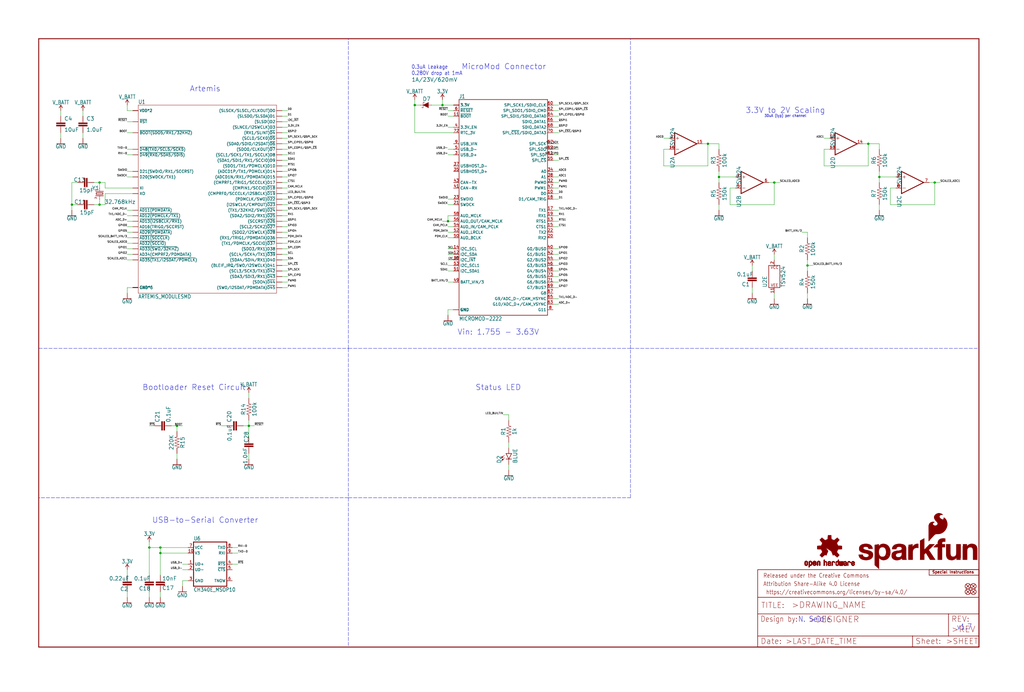
<source format=kicad_sch>
(kicad_sch (version 20211123) (generator eeschema)
  (paper "User" 470.306 317.906)
  (lib_symbols
    (symbol "eagleSchem-eagle-import:0.1UF-0402T-16V-10%"
      (property "Reference" "C" (at 1.524 2.921 0))
      (property "Value" "0.1UF-0402T-16V-10%" (at 1.524 -2.159 0))
      (symbol "0.1UF-0402T-16V-10%_1_0"
        (pin passive line (at 0 5.08 270) (length 2.54) (name "1") (number "1"))
        (pin passive line (at 0 -2.54 90) (length 2.54) (name "2") (number "2"))
      )
    )
    (symbol "eagleSchem-eagle-import:0.22UF-0402T-10V-10%"
      (property "Reference" "C" (at 1.524 2.921 0))
      (property "Value" "0.22UF-0402T-10V-10%" (at 1.524 -2.159 0))
      (symbol "0.22UF-0402T-10V-10%_1_0"
        (pin passive line (at 0 5.08 270) (length 2.54) (name "1") (number "1"))
        (pin passive line (at 0 -2.54 90) (length 2.54) (name "2") (number "2"))
      )
    )
    (symbol "eagleSchem-eagle-import:1.0NF{slash}1000PF-0402_TIGHT-50V-10%"
      (property "Reference" "C" (at 1.524 2.921 0))
      (property "Value" "1.0NF{slash}1000PF-0402_TIGHT-50V-10%" (at 1.524 -2.159 0))
      (symbol "1.0NF{slash}1000PF-0402_TIGHT-50V-10%_1_0"
        (pin passive line (at 0 5.08 270) (length 2.54) (name "1") (number "1"))
        (pin passive line (at 0 -2.54 90) (length 2.54) (name "2") (number "2"))
      )
    )
    (symbol "eagleSchem-eagle-import:1.0UF-0402T-16V-10%"
      (property "Reference" "C" (at 1.524 2.921 0))
      (property "Value" "1.0UF-0402T-16V-10%" (at 1.524 -2.159 0))
      (symbol "1.0UF-0402T-16V-10%_1_0"
        (pin passive line (at 0 5.08 270) (length 2.54) (name "1") (number "1"))
        (pin passive line (at 0 -2.54 90) (length 2.54) (name "2") (number "2"))
      )
    )
    (symbol "eagleSchem-eagle-import:100KOHM-0402T-1{slash}16W-1%"
      (property "Reference" "R" (at 0 1.524 0))
      (property "Value" "100KOHM-0402T-1{slash}16W-1%" (at 0 -1.524 0))
      (symbol "100KOHM-0402T-1{slash}16W-1%_1_0"
        (pin passive line (at -5.08 0 0) (length 2.54) (name "1") (number "1"))
        (pin passive line (at 5.08 0 180) (length 2.54) (name "2") (number "2"))
      )
    )
    (symbol "eagleSchem-eagle-import:10NF-0402T-25V-10%"
      (property "Reference" "C" (at 1.524 2.921 0))
      (property "Value" "10NF-0402T-25V-10%" (at 1.524 -2.159 0))
      (symbol "10NF-0402T-25V-10%_1_0"
        (pin passive line (at 0 5.08 270) (length 2.54) (name "1") (number "1"))
        (pin passive line (at 0 -2.54 90) (length 2.54) (name "2") (number "2"))
      )
    )
    (symbol "eagleSchem-eagle-import:10UF-0603-6.3V-20%"
      (property "Reference" "C" (at 1.524 2.921 0))
      (property "Value" "10UF-0603-6.3V-20%" (at 1.524 -2.159 0))
      (symbol "10UF-0603-6.3V-20%_1_0"
        (pin passive line (at 0 5.08 270) (length 2.54) (name "1") (number "1"))
        (pin passive line (at 0 -2.54 90) (length 2.54) (name "2") (number "2"))
      )
    )
    (symbol "eagleSchem-eagle-import:150KOHM-0402T-1{slash}16W-1%"
      (property "Reference" "R" (at 0 1.524 0))
      (property "Value" "150KOHM-0402T-1{slash}16W-1%" (at 0 -1.524 0))
      (symbol "150KOHM-0402T-1{slash}16W-1%_1_0"
        (pin passive line (at -5.08 0 0) (length 2.54) (name "1") (number "1"))
        (pin passive line (at 5.08 0 180) (length 2.54) (name "2") (number "2"))
      )
    )
    (symbol "eagleSchem-eagle-import:15PF-0402T-50V-5%"
      (property "Reference" "C" (at 1.524 2.921 0))
      (property "Value" "15PF-0402T-50V-5%" (at 1.524 -2.159 0))
      (symbol "15PF-0402T-50V-5%_1_0"
        (pin passive line (at 0 5.08 270) (length 2.54) (name "1") (number "1"))
        (pin passive line (at 0 -2.54 90) (length 2.54) (name "2") (number "2"))
      )
    )
    (symbol "eagleSchem-eagle-import:1KOHM-0402T-1{slash}16W-1%"
      (property "Reference" "R" (at 0 1.524 0))
      (property "Value" "1KOHM-0402T-1{slash}16W-1%" (at 0 -1.524 0))
      (symbol "1KOHM-0402T-1{slash}16W-1%_1_0"
        (pin passive line (at -5.08 0 0) (length 2.54) (name "1") (number "1"))
        (pin passive line (at 5.08 0 180) (length 2.54) (name "2") (number "2"))
      )
    )
    (symbol "eagleSchem-eagle-import:220KOHM-0402T-1{slash}16W-1%"
      (property "Reference" "R" (at 0 1.524 0))
      (property "Value" "220KOHM-0402T-1{slash}16W-1%" (at 0 -1.524 0))
      (symbol "220KOHM-0402T-1{slash}16W-1%_1_0"
        (pin passive line (at -5.08 0 0) (length 2.54) (name "1") (number "1"))
        (pin passive line (at 5.08 0 180) (length 2.54) (name "2") (number "2"))
      )
    )
    (symbol "eagleSchem-eagle-import:3.3V" (power)
      (property "Value" "3.3V" (at 0 2.794 0))
      (symbol "3.3V_1_0"
        (pin power_in line (at 0 0 90) (length 2.54) (name "3.3V") (number "1"))
      )
    )
    (symbol "eagleSchem-eagle-import:ARTEMIS_MODULESMD"
      (property "Reference" "U" (at -30.48 41.148 0))
      (property "Value" "ARTEMIS_MODULESMD" (at -30.48 -48.26 0))
      (symbol "ARTEMIS_MODULESMD_1_0"
        (pin bidirectional line (at -33.02 -15.24 0) (length 2.54) (name "AD16(TRIG0/SCCRST)") (number "AD16"))
        (pin bidirectional line (at -33.02 -27.94 0) (length 2.54) (name "AD34(CMPRF2/PDMDATA)") (number "AD34"))
        (pin bidirectional line (at -33.02 27.94 0) (length 2.54) (name "~{BOOT(SDO5/RX1/32KHZ})") (number "BOOT"))
        (pin bidirectional line (at 35.56 38.1 180) (length 2.54) (name "(SLSCK/SLSCL/CLKOUT)D0") (number "D0"))
        (pin bidirectional line (at 35.56 35.56 180) (length 2.54) (name "(SLSDO/SLSDA)D1") (number "D1"))
        (pin bidirectional line (at 35.56 12.7 180) (length 2.54) (name "(SDO1/TX1/PDMCLK)D10") (number "D10"))
        (pin bidirectional line (at 35.56 10.16 180) (length 2.54) (name "(ADCD1P/TX1/PDMCLK)D14") (number "D14"))
        (pin bidirectional line (at 35.56 7.62 180) (length 2.54) (name "(ADCD1N/RX1/PDMDATA)D15") (number "D15"))
        (pin bidirectional line (at 35.56 5.08 180) (length 2.54) (name "(CMPRF1/TRIG1/SCCCLK)D17") (number "D17"))
        (pin bidirectional line (at 35.56 33.02 180) (length 2.54) (name "(SLSDI)D2") (number "D2"))
        (pin bidirectional line (at 35.56 30.48 180) (length 2.54) (name "(SLNCE/I2SWCLK)D3") (number "D3"))
        (pin bidirectional line (at 35.56 -20.32 180) (length 2.54) (name "(RX1/TRIG1/PDMDATA)D36") (number "D36"))
        (pin bidirectional line (at 35.56 -25.4 180) (length 2.54) (name "(SDO3/RX1)D38") (number "D38"))
        (pin bidirectional line (at 35.56 -30.48 180) (length 2.54) (name "(SDA4/SDI4/RX1)D40") (number "D40"))
        (pin bidirectional line (at 35.56 -33.02 180) (length 2.54) (name "(BLEIF_IRQ/SWO/I2SWCLK)D41") (number "D41"))
        (pin bidirectional line (at 35.56 20.32 180) (length 2.54) (name "(SDO0/CLKOUT)~{D7}") (number "D7"))
        (pin bidirectional line (at 35.56 17.78 180) (length 2.54) (name "(SCL1/SCK1/TX1/SCCLK)D8") (number "D8"))
        (pin bidirectional line (at 35.56 15.24 180) (length 2.54) (name "(SDA1/SDI1/RX1/SCCIO)D9") (number "D9"))
        (pin bidirectional line (at -33.02 -43.18 0) (length 2.54) (name "GND*6") (number "GND@1"))
        (pin bidirectional line (at -33.02 -43.18 0) (length 2.54) (name "GND*6") (number "GND@22"))
        (pin bidirectional line (at -33.02 -43.18 0) (length 2.54) (name "GND*6") (number "GND@38"))
        (pin bidirectional line (at -33.02 -43.18 0) (length 2.54) (name "GND*6") (number "GND@39"))
        (pin bidirectional line (at -33.02 -43.18 0) (length 2.54) (name "GND*6") (number "GND@47"))
        (pin bidirectional line (at -33.02 -43.18 0) (length 2.54) (name "GND*6") (number "GND@59"))
        (pin bidirectional line (at -33.02 17.78 0) (length 2.54) (name "~{D49(RX0/SDA5/SDI5})") (number "RXI-0"))
        (pin bidirectional line (at -33.02 7.62 0) (length 2.54) (name "D20(SWDCK/TX1)") (number "SWDCK"))
        (pin bidirectional line (at -33.02 10.16 0) (length 2.54) (name "D21(SWDIO/RX1/SCCRST)") (number "SWDIO"))
        (pin bidirectional line (at -33.02 20.32 0) (length 2.54) (name "~{D48(TX0/SCL5/SCK5})") (number "TXO-0"))
        (pin bidirectional line (at -33.02 38.1 0) (length 2.54) (name "VDD*2") (number "VDD@36"))
        (pin bidirectional line (at -33.02 38.1 0) (length 2.54) (name "VDD*2") (number "VDD@37"))
        (pin bidirectional line (at -33.02 2.54 0) (length 2.54) (name "XI") (number "XI"))
        (pin bidirectional line (at -33.02 0 0) (length 2.54) (name "XO") (number "XO"))
        (pin bidirectional line (at -33.02 -7.62 0) (length 2.54) (name "~{AD11(PDMDATA})") (number "~AD11"))
        (pin bidirectional line (at -33.02 -10.16 0) (length 2.54) (name "~{AD12(PDMCLK/TX1})") (number "~AD12"))
        (pin bidirectional line (at -33.02 -12.7 0) (length 2.54) (name "~{AD13(I2SBCLK/RX1})") (number "~AD13"))
        (pin bidirectional line (at -33.02 -17.78 0) (length 2.54) (name "~{AD29(PDMDATA})") (number "~AD29"))
        (pin bidirectional line (at -33.02 -20.32 0) (length 2.54) (name "~{AD31(SCCCLK})") (number "~AD31"))
        (pin bidirectional line (at -33.02 -22.86 0) (length 2.54) (name "~{AD32(SCCIO})") (number "~AD32"))
        (pin bidirectional line (at -33.02 -25.4 0) (length 2.54) (name "~{AD33(SWO/32KHZ})") (number "~AD33/SWO"))
        (pin bidirectional line (at -33.02 -30.48 0) (length 2.54) (name "~{AD35(TX1/I2SDAT/PDMCLK})") (number "~AD35"))
        (pin bidirectional line (at 35.56 2.54 180) (length 2.54) (name "(CMPIN1/SCCIO)~{D18}") (number "~D18"))
        (pin bidirectional line (at 35.56 0 180) (length 2.54) (name "(CMPRF0/SCCCLK/I2SBCLK)~{D19}") (number "~D19"))
        (pin bidirectional line (at 35.56 -2.54 180) (length 2.54) (name "(PDMCLK/SWO)~{D22}") (number "~D22"))
        (pin bidirectional line (at 35.56 -5.08 180) (length 2.54) (name "(I2SWCLK/CMPOUT)~{D23}") (number "~D23"))
        (pin bidirectional line (at 35.56 -7.62 180) (length 2.54) (name "(TX1/32KHZ/SWO)~{D24}") (number "~D24"))
        (pin bidirectional line (at 35.56 -10.16 180) (length 2.54) (name "(SDA2/SDI2/RX1)~{D25}") (number "~D25"))
        (pin bidirectional line (at 35.56 -12.7 180) (length 2.54) (name "(SCCRST)~{D26}") (number "~D26"))
        (pin bidirectional line (at 35.56 -15.24 180) (length 2.54) (name "(SCL2/SCK2)~{D27}") (number "~D27"))
        (pin bidirectional line (at 35.56 -17.78 180) (length 2.54) (name "(SDO2/I2SWCLK)~{D28}") (number "~D28"))
        (pin bidirectional line (at 35.56 -22.86 180) (length 2.54) (name "(TX1/PDMCLK/SCCIO)~{D37}") (number "~D37"))
        (pin bidirectional line (at 35.56 -27.94 180) (length 2.54) (name "(SCL4/SCK4/TX1)~{D39}") (number "~D39"))
        (pin bidirectional line (at 35.56 27.94 180) (length 2.54) (name "(RX1/SLINT)~{D4}") (number "~D4"))
        (pin bidirectional line (at 35.56 -35.56 180) (length 2.54) (name "(SCL3/SCK3/TX1)~{D42}") (number "~D42"))
        (pin bidirectional line (at 35.56 -38.1 180) (length 2.54) (name "(SDA3/SDI3/RX1)~{D43}") (number "~D43"))
        (pin bidirectional line (at 35.56 -40.64 180) (length 2.54) (name "(SDO4)~{D44}") (number "~D44"))
        (pin bidirectional line (at 35.56 -43.18 180) (length 2.54) (name "(SWO/I2SDAT/PDMDATA)~{D45}") (number "~D45"))
        (pin bidirectional line (at 35.56 25.4 180) (length 2.54) (name "(SCL0/SCK0)~{D5}") (number "~D5"))
        (pin bidirectional line (at 35.56 22.86 180) (length 2.54) (name "(SDA0/SDI0/I2SDAT)~{D6}") (number "~D6"))
        (pin bidirectional line (at -33.02 33.02 0) (length 2.54) (name "~{RST}") (number "~RST"))
      )
    )
    (symbol "eagleSchem-eagle-import:CH340E_MSOP10"
      (property "Reference" "U" (at -7.62 10.795 0))
      (property "Value" "CH340E_MSOP10" (at -7.62 -12.7 0))
      (symbol "CH340E_MSOP10_1_0"
        (pin bidirectional line (at -10.16 0 0) (length 2.54) (name "UD+") (number "1"))
        (pin bidirectional line (at -10.16 5.08 0) (length 2.54) (name "V3") (number "10"))
        (pin bidirectional line (at -10.16 -2.54 0) (length 2.54) (name "UD-") (number "2"))
        (pin bidirectional line (at -10.16 -7.62 0) (length 2.54) (name "GND") (number "3"))
        (pin bidirectional line (at 10.16 0 180) (length 2.54) (name "~{RTS}") (number "4"))
        (pin bidirectional line (at 10.16 -2.54 180) (length 2.54) (name "~{CTS}") (number "5"))
        (pin bidirectional line (at 10.16 -7.62 180) (length 2.54) (name "TNOW") (number "6"))
        (pin bidirectional line (at -10.16 7.62 0) (length 2.54) (name "VCC") (number "7"))
        (pin bidirectional line (at 10.16 7.62 180) (length 2.54) (name "TXO") (number "8"))
        (pin bidirectional line (at 10.16 5.08 180) (length 2.54) (name "RXI") (number "9"))
      )
    )
    (symbol "eagleSchem-eagle-import:CRYSTAL-32.768KHZSMD-3.2X1.5"
      (property "Reference" "Y" (at 0 2.032 0))
      (property "Value" "CRYSTAL-32.768KHZSMD-3.2X1.5" (at 0 -2.032 0))
      (symbol "CRYSTAL-32.768KHZSMD-3.2X1.5_1_0"
        (text "1" (at -2.159 -1.143 0) (effects (font (size 0.8636 0.734)) (justify left bottom)))
        (text "2" (at 1.524 -1.143 0) (effects (font (size 0.8636 0.734)) (justify left bottom)))
        (pin passive line (at -2.54 0 0) (length 0) (name "1") (number "P$1"))
        (pin passive line (at 2.54 0 180) (length 0) (name "2") (number "P$2"))
      )
    )
    (symbol "eagleSchem-eagle-import:DIODE-SCHOTTKY-BAT20J"
      (property "Reference" "D" (at -2.54 2.032 0))
      (property "Value" "DIODE-SCHOTTKY-BAT20J" (at -2.54 -2.032 0))
      (symbol "DIODE-SCHOTTKY-BAT20J_1_0"
        (pin passive line (at -2.54 0 0) (length 0) (name "A") (number "A"))
        (pin passive line (at 2.54 0 180) (length 0) (name "C") (number "C"))
      )
    )
    (symbol "eagleSchem-eagle-import:FIDUCIALUFIDUCIAL")
    (symbol "eagleSchem-eagle-import:FRAME-LEDGER"
      (symbol "FRAME-LEDGER_2_0"
        (text " https://creativecommons.org/licenses/by-sa/4.0/" (at 2.54 24.13 0) (effects (font (size 1.9304 1.6408)) (justify left bottom)))
        (text ">DESIGNER" (at 23.114 11.176 0) (effects (font (size 2.7432 2.7432)) (justify left bottom)))
        (text ">DRAWING_NAME" (at 15.494 17.78 0) (effects (font (size 2.7432 2.7432)) (justify left bottom)))
        (text ">LAST_DATE_TIME" (at 12.7 1.27 0) (effects (font (size 2.54 2.54)) (justify left bottom)))
        (text ">REV" (at 88.9 6.604 0) (effects (font (size 2.7432 2.7432)) (justify left bottom)))
        (text ">SHEET" (at 86.36 1.27 0) (effects (font (size 2.54 2.54)) (justify left bottom)))
        (text "Attribution Share-Alike 4.0 License" (at 2.54 27.94 0) (effects (font (size 1.9304 1.6408)) (justify left bottom)))
        (text "Date:" (at 1.27 1.27 0) (effects (font (size 2.54 2.54)) (justify left bottom)))
        (text "Design by:" (at 1.27 11.43 0) (effects (font (size 2.54 2.159)) (justify left bottom)))
        (text "Released under the Creative Commons" (at 2.54 31.75 0) (effects (font (size 1.9304 1.6408)) (justify left bottom)))
        (text "REV:" (at 88.9 11.43 0) (effects (font (size 2.54 2.54)) (justify left bottom)))
        (text "Sheet:" (at 72.39 1.27 0) (effects (font (size 2.54 2.54)) (justify left bottom)))
        (text "TITLE:" (at 1.524 17.78 0) (effects (font (size 2.54 2.54)) (justify left bottom)))
      )
    )
    (symbol "eagleSchem-eagle-import:GND" (power)
      (property "Value" "GND" (at 0 -0.254 0))
      (symbol "GND_1_0"
        (pin power_in line (at 0 2.54 270) (length 2.54) (name "GND") (number "1"))
      )
    )
    (symbol "eagleSchem-eagle-import:LED-BLUE0603"
      (property "Reference" "D" (at -3.429 -4.572 90))
      (property "Value" "LED-BLUE0603" (at 1.905 -4.572 90))
      (symbol "LED-BLUE0603_1_0"
        (pin passive line (at 0 2.54 270) (length 2.54) (name "A") (number "A"))
        (pin passive line (at 0 -5.08 90) (length 2.54) (name "C") (number "C"))
      )
    )
    (symbol "eagleSchem-eagle-import:MICROMOD-2222"
      (property "Reference" "J" (at -20.32 53.848 0))
      (property "Value" "MICROMOD-2222" (at -20.32 -48.26 0))
      (symbol "MICROMOD-2222_1_0"
        (pin bidirectional line (at -22.86 -43.18 0) (length 2.54) (name "GND") (number "1"))
        (pin bidirectional line (at 22.86 10.16 180) (length 2.54) (name "D0") (number "10"))
        (pin bidirectional line (at -22.86 45.72 0) (length 2.54) (name "~{BOOT}") (number "11"))
        (pin bidirectional line (at -22.86 -17.78 0) (length 2.54) (name "I2C_SDA") (number "12"))
        (pin bidirectional line (at 22.86 -2.54 180) (length 2.54) (name "RTS1") (number "13"))
        (pin bidirectional line (at -22.86 -15.24 0) (length 2.54) (name "I2C_SCL") (number "14"))
        (pin bidirectional line (at 22.86 -5.08 180) (length 2.54) (name "CTS1") (number "15"))
        (pin bidirectional line (at -22.86 -20.32 0) (length 2.54) (name "I2C_~{INT}") (number "16"))
        (pin bidirectional line (at 22.86 2.54 180) (length 2.54) (name "TX1") (number "17"))
        (pin bidirectional line (at 22.86 7.62 180) (length 2.54) (name "D1/CAM_TRIG") (number "18"))
        (pin bidirectional line (at 22.86 0 180) (length 2.54) (name "RX1") (number "19"))
        (pin bidirectional line (at -22.86 50.8 0) (length 2.54) (name "3.3V") (number "2"))
        (pin bidirectional line (at 22.86 -10.16 180) (length 2.54) (name "RX2") (number "20"))
        (pin bidirectional line (at -22.86 5.08 0) (length 2.54) (name "SWDCK") (number "21"))
        (pin bidirectional line (at 22.86 -7.62 180) (length 2.54) (name "TX2") (number "22"))
        (pin bidirectional line (at -22.86 7.62 0) (length 2.54) (name "SWDIO") (number "23"))
        (pin bidirectional line (at -22.86 27.94 0) (length 2.54) (name "USB_D+") (number "3"))
        (pin bidirectional line (at 22.86 15.24 180) (length 2.54) (name "PWM0") (number "32"))
        (pin bidirectional line (at -22.86 -43.18 0) (length 2.54) (name "GND") (number "33"))
        (pin bidirectional line (at 22.86 20.32 180) (length 2.54) (name "A0") (number "34"))
        (pin bidirectional line (at -22.86 20.32 0) (length 2.54) (name "USBHOST_D+") (number "35"))
        (pin bidirectional line (at -22.86 -43.18 0) (length 2.54) (name "GND") (number "36"))
        (pin bidirectional line (at -22.86 22.86 0) (length 2.54) (name "USBHOST_D-") (number "37"))
        (pin bidirectional line (at 22.86 17.78 180) (length 2.54) (name "A1") (number "38"))
        (pin bidirectional line (at -22.86 -43.18 0) (length 2.54) (name "GND") (number "39"))
        (pin bidirectional line (at -22.86 40.64 0) (length 2.54) (name "3.3V_EN") (number "4"))
        (pin bidirectional line (at 22.86 -15.24 180) (length 2.54) (name "G0/BUS0") (number "40"))
        (pin bidirectional line (at -22.86 12.7 0) (length 2.54) (name "CAN-RX") (number "41"))
        (pin bidirectional line (at 22.86 -17.78 180) (length 2.54) (name "G1/BUS1") (number "42"))
        (pin bidirectional line (at -22.86 15.24 0) (length 2.54) (name "CAN-TX") (number "43"))
        (pin bidirectional line (at 22.86 -20.32 180) (length 2.54) (name "G2/BUS2") (number "44"))
        (pin bidirectional line (at -22.86 -43.18 0) (length 2.54) (name "GND") (number "45"))
        (pin bidirectional line (at 22.86 -22.86 180) (length 2.54) (name "G3/BUS3") (number "46"))
        (pin bidirectional line (at 22.86 12.7 180) (length 2.54) (name "PWM1") (number "47"))
        (pin bidirectional line (at 22.86 -25.4 180) (length 2.54) (name "G4/BUS4") (number "48"))
        (pin bidirectional line (at -22.86 -30.48 0) (length 2.54) (name "BATT_VIN/3") (number "49"))
        (pin bidirectional line (at -22.86 30.48 0) (length 2.54) (name "USB_D-") (number "5"))
        (pin bidirectional line (at -22.86 -10.16 0) (length 2.54) (name "AUD_BCLK") (number "50"))
        (pin bidirectional line (at -22.86 -25.4 0) (length 2.54) (name "I2C_SDA1") (number "51"))
        (pin bidirectional line (at -22.86 -7.62 0) (length 2.54) (name "AUD_LRCLK") (number "52"))
        (pin bidirectional line (at -22.86 -22.86 0) (length 2.54) (name "I2C_SCL1") (number "53"))
        (pin bidirectional line (at -22.86 -5.08 0) (length 2.54) (name "AUD_IN/CAM_PCLK") (number "54"))
        (pin bidirectional line (at 22.86 25.4 180) (length 2.54) (name "SPI_~{CS}") (number "55"))
        (pin bidirectional line (at -22.86 -2.54 0) (length 2.54) (name "AUD_OUT/CAM_MCLK") (number "56"))
        (pin bidirectional line (at 22.86 33.02 180) (length 2.54) (name "SPI_SCK") (number "57"))
        (pin bidirectional line (at -22.86 0 0) (length 2.54) (name "AUD_MCLK") (number "58"))
        (pin bidirectional line (at 22.86 30.48 180) (length 2.54) (name "SPI_SDO") (number "59"))
        (pin bidirectional line (at -22.86 48.26 0) (length 2.54) (name "~{RESET}") (number "6"))
        (pin bidirectional line (at 22.86 50.8 180) (length 2.54) (name "SPI_SCK1/SDIO_CLK") (number "60"))
        (pin bidirectional line (at 22.86 27.94 180) (length 2.54) (name "SPI_SDI") (number "61"))
        (pin bidirectional line (at 22.86 48.26 180) (length 2.54) (name "SPI_SDO1/SDIO_CMD") (number "62"))
        (pin bidirectional line (at 22.86 -40.64 180) (length 2.54) (name "G10/ADC_D+/CAM_VSYNC") (number "63"))
        (pin bidirectional line (at 22.86 45.72 180) (length 2.54) (name "SPI_SDI1/SDIO_DATA0") (number "64"))
        (pin bidirectional line (at 22.86 -38.1 180) (length 2.54) (name "G9/ADC_D-/CAM_HSYNC") (number "65"))
        (pin bidirectional line (at 22.86 43.18 180) (length 2.54) (name "SDIO_DATA1") (number "66"))
        (pin bidirectional line (at 22.86 -35.56 180) (length 2.54) (name "G8") (number "67"))
        (pin bidirectional line (at 22.86 40.64 180) (length 2.54) (name "SDIO_DATA2") (number "68"))
        (pin bidirectional line (at 22.86 -33.02 180) (length 2.54) (name "G7/BUS7") (number "69"))
        (pin bidirectional line (at -22.86 -43.18 0) (length 2.54) (name "GND") (number "7"))
        (pin bidirectional line (at 22.86 38.1 180) (length 2.54) (name "SPI_~{CS1}/SDIO_DATA3") (number "70"))
        (pin bidirectional line (at 22.86 -30.48 180) (length 2.54) (name "G6/BUS6") (number "71"))
        (pin bidirectional line (at -22.86 38.1 0) (length 2.54) (name "RTC_3V") (number "72"))
        (pin bidirectional line (at 22.86 -27.94 180) (length 2.54) (name "G5/BUS5") (number "73"))
        (pin bidirectional line (at -22.86 50.8 0) (length 2.54) (name "3.3V") (number "74"))
        (pin bidirectional line (at -22.86 -43.18 0) (length 2.54) (name "GND") (number "75"))
        (pin bidirectional line (at 22.86 -43.18 180) (length 2.54) (name "G11") (number "8"))
        (pin bidirectional line (at -22.86 33.02 0) (length 2.54) (name "USB_VIN") (number "9"))
        (pin bidirectional line (at -22.86 -43.18 0) (length 2.54) (name "GND") (number "GND1"))
        (pin bidirectional line (at -22.86 -43.18 0) (length 2.54) (name "GND") (number "GND2"))
        (pin bidirectional line (at -22.86 -43.18 0) (length 2.54) (name "GND") (number "GND3"))
      )
    )
    (symbol "eagleSchem-eagle-import:OSHW-LOGOMINI")
    (symbol "eagleSchem-eagle-import:SFE_LOGO_FLAME.1_INCH")
    (symbol "eagleSchem-eagle-import:SFE_LOGO_NAME_FLAME.1_INCH")
    (symbol "eagleSchem-eagle-import:SPECIAL_INSTRUCTIONS-ORDERING"
      (symbol "SPECIAL_INSTRUCTIONS-ORDERING_1_0"
        (text "Special Instructions" (at 1.27 0.6985 0) (effects (font (size 1.27 1.27) (thickness 0.254) bold) (justify left bottom)))
      )
    )
    (symbol "eagleSchem-eagle-import:TSV524"
      (property "Reference" "U" (at -3.302 -5.08 90))
      (property "Value" "TSV524" (at 5.08 -5.08 90))
      (symbol "TSV524_1_0"
        (pin input line (at -7.62 -2.54 0) (length 2.54) (name "+IN") (number "1"))
        (pin output line (at 7.62 0 180) (length 2.54) (name "OUT") (number "15"))
        (pin input line (at -7.62 2.54 0) (length 2.54) (name "-IN") (number "16"))
      )
      (symbol "TSV524_2_0"
        (pin input line (at -7.62 -2.54 0) (length 2.54) (name "+IN") (number "4"))
        (pin input line (at -7.62 2.54 0) (length 2.54) (name "-IN") (number "5"))
        (pin output line (at 7.62 0 180) (length 2.54) (name "OUT") (number "6"))
      )
      (symbol "TSV524_3_0"
        (pin output line (at 7.62 0 180) (length 2.54) (name "OUT") (number "7"))
        (pin input line (at -7.62 2.54 0) (length 2.54) (name "-IN") (number "8"))
        (pin input line (at -7.62 -2.54 0) (length 2.54) (name "+IN") (number "9"))
      )
      (symbol "TSV524_4_0"
        (pin input line (at -7.62 -2.54 0) (length 2.54) (name "+IN") (number "12"))
        (pin input line (at -7.62 2.54 0) (length 2.54) (name "-IN") (number "13"))
        (pin output line (at 7.62 0 180) (length 2.54) (name "OUT") (number "14"))
      )
      (symbol "TSV524_5_0"
        (text "VCC" (at 0.127 3.429 0) (effects (font (size 1.27 1.27)) (justify bottom)))
        (text "VEE" (at 0.127 -4.699 0) (effects (font (size 1.27 1.27)) (justify bottom)))
        (pin bidirectional line (at 0 -7.62 90) (length 2.54) (name "V-") (number "11"))
        (pin bidirectional line (at 0 7.62 270) (length 2.54) (name "V+") (number "2"))
      )
    )
    (symbol "eagleSchem-eagle-import:V_BATT" (power)
      (property "Value" "V_BATT" (at 0 2.794 0))
      (symbol "V_BATT_1_0"
        (pin power_in line (at 0 0 90) (length 2.54) (name "V_BATT") (number "1"))
      )
    )
  )
  (junction (at 190.5 48.26))
  (junction (at 325.12 66.04))
  (junction (at 403.86 81.28))
  (junction (at 73.66 254))
  (junction (at 355.6 83.82))
  (junction (at 45.72 83.82))
  (junction (at 114.3 195.58))
  (junction (at 33.02 93.98))
  (junction (at 73.66 251.46))
  (junction (at 398.78 66.04))
  (junction (at 45.72 93.98))
  (junction (at 330.2 81.28))
  (junction (at 68.58 251.46))
  (junction (at 205.74 101.6))
  (junction (at 81.28 195.58))
  (junction (at 370.84 121.92))
  (junction (at 203.2 48.26))
  (junction (at 429.26 83.82))
  (wire (pts (xy 45.72 93.98) (xy 48.26 93.98)))
  (wire (pts (xy 208.28 68.58) (xy 205.74 68.58)))
  (wire (pts (xy 254 127) (xy 256.54 127)))
  (polyline (pts (xy 17.78 160.02) (xy 160.02 160.02)))
  (wire (pts (xy 129.54 96.52) (xy 132.08 96.52)))
  (wire (pts (xy 129.54 124.46) (xy 132.08 124.46)))
  (wire (pts (xy 233.68 203.2) (xy 233.68 205.74)))
  (wire (pts (xy 398.78 66.04) (xy 403.86 66.04)))
  (wire (pts (xy 208.28 119.38) (xy 205.74 119.38)))
  (wire (pts (xy 60.96 68.58) (xy 58.42 68.58)))
  (wire (pts (xy 254 83.82) (xy 256.54 83.82)))
  (wire (pts (xy 60.96 116.84) (xy 58.42 116.84)))
  (wire (pts (xy 233.68 193.04) (xy 233.68 190.5)))
  (wire (pts (xy 233.68 190.5) (xy 231.14 190.5)))
  (wire (pts (xy 254 73.66) (xy 256.54 73.66)))
  (wire (pts (xy 83.82 266.7) (xy 83.82 269.24)))
  (wire (pts (xy 129.54 106.68) (xy 132.08 106.68)))
  (wire (pts (xy 208.28 50.8) (xy 205.74 50.8)))
  (wire (pts (xy 205.74 101.6) (xy 203.2 101.6)))
  (wire (pts (xy 208.28 99.06) (xy 205.74 99.06)))
  (wire (pts (xy 73.66 264.16) (xy 73.66 254)))
  (wire (pts (xy 129.54 91.44) (xy 132.08 91.44)))
  (wire (pts (xy 60.96 119.38) (xy 58.42 119.38)))
  (wire (pts (xy 129.54 66.04) (xy 132.08 66.04)))
  (wire (pts (xy 198.12 48.26) (xy 203.2 48.26)))
  (wire (pts (xy 304.8 68.58) (xy 304.8 76.2)))
  (wire (pts (xy 116.84 195.58) (xy 114.3 195.58)))
  (polyline (pts (xy 160.02 228.6) (xy 289.56 228.6)))
  (wire (pts (xy 254 132.08) (xy 256.54 132.08)))
  (wire (pts (xy 429.26 93.98) (xy 429.26 83.82)))
  (wire (pts (xy 45.72 93.98) (xy 43.18 93.98)))
  (wire (pts (xy 307.34 68.58) (xy 304.8 68.58)))
  (wire (pts (xy 60.96 50.8) (xy 58.42 50.8)))
  (wire (pts (xy 254 48.26) (xy 256.54 48.26)))
  (wire (pts (xy 381 63.5) (xy 378.46 63.5)))
  (wire (pts (xy 129.54 55.88) (xy 132.08 55.88)))
  (wire (pts (xy 254 121.92) (xy 256.54 121.92)))
  (wire (pts (xy 48.26 86.36) (xy 48.26 83.82)))
  (wire (pts (xy 355.6 93.98) (xy 355.6 83.82)))
  (wire (pts (xy 381 68.58) (xy 378.46 68.58)))
  (wire (pts (xy 355.6 134.62) (xy 355.6 137.16)))
  (wire (pts (xy 304.8 76.2) (xy 325.12 76.2)))
  (wire (pts (xy 129.54 73.66) (xy 132.08 73.66)))
  (wire (pts (xy 68.58 248.92) (xy 68.58 251.46)))
  (wire (pts (xy 325.12 66.04) (xy 330.2 66.04)))
  (wire (pts (xy 68.58 251.46) (xy 68.58 264.16)))
  (wire (pts (xy 129.54 71.12) (xy 132.08 71.12)))
  (wire (pts (xy 129.54 114.3) (xy 132.08 114.3)))
  (wire (pts (xy 254 55.88) (xy 256.54 55.88)))
  (wire (pts (xy 330.2 81.28) (xy 330.2 83.82)))
  (wire (pts (xy 81.28 198.12) (xy 81.28 195.58)))
  (wire (pts (xy 378.46 68.58) (xy 378.46 76.2)))
  (wire (pts (xy 254 50.8) (xy 256.54 50.8)))
  (wire (pts (xy 33.02 93.98) (xy 33.02 96.52)))
  (wire (pts (xy 337.82 81.28) (xy 330.2 81.28)))
  (wire (pts (xy 190.5 45.72) (xy 190.5 48.26)))
  (wire (pts (xy 114.3 200.66) (xy 114.3 195.58)))
  (wire (pts (xy 48.26 83.82) (xy 45.72 83.82)))
  (wire (pts (xy 254 66.04) (xy 256.54 66.04)))
  (wire (pts (xy 71.12 195.58) (xy 68.58 195.58)))
  (wire (pts (xy 129.54 60.96) (xy 132.08 60.96)))
  (wire (pts (xy 190.5 60.96) (xy 190.5 48.26)))
  (wire (pts (xy 27.94 60.96) (xy 27.94 63.5)))
  (wire (pts (xy 86.36 254) (xy 73.66 254)))
  (wire (pts (xy 208.28 124.46) (xy 205.74 124.46)))
  (wire (pts (xy 429.26 83.82) (xy 431.8 83.82)))
  (wire (pts (xy 330.2 78.74) (xy 330.2 81.28)))
  (wire (pts (xy 330.2 66.04) (xy 330.2 68.58)))
  (wire (pts (xy 60.96 101.6) (xy 58.42 101.6)))
  (wire (pts (xy 203.2 48.26) (xy 208.28 48.26)))
  (wire (pts (xy 208.28 106.68) (xy 205.74 106.68)))
  (wire (pts (xy 60.96 55.88) (xy 58.42 55.88)))
  (wire (pts (xy 129.54 81.28) (xy 132.08 81.28)))
  (wire (pts (xy 254 60.96) (xy 256.54 60.96)))
  (wire (pts (xy 111.76 195.58) (xy 114.3 195.58)))
  (wire (pts (xy 81.28 195.58) (xy 78.74 195.58)))
  (wire (pts (xy 48.26 88.9) (xy 48.26 93.98)))
  (wire (pts (xy 205.74 142.24) (xy 205.74 144.78)))
  (wire (pts (xy 129.54 127) (xy 132.08 127)))
  (wire (pts (xy 68.58 271.78) (xy 68.58 274.32)))
  (wire (pts (xy 335.28 93.98) (xy 355.6 93.98)))
  (wire (pts (xy 254 53.34) (xy 256.54 53.34)))
  (wire (pts (xy 254 104.14) (xy 256.54 104.14)))
  (wire (pts (xy 254 99.06) (xy 256.54 99.06)))
  (wire (pts (xy 254 116.84) (xy 256.54 116.84)))
  (wire (pts (xy 58.42 261.62) (xy 58.42 264.16)))
  (wire (pts (xy 208.28 104.14) (xy 205.74 104.14)))
  (wire (pts (xy 104.14 195.58) (xy 101.6 195.58)))
  (wire (pts (xy 83.82 259.08) (xy 86.36 259.08)))
  (wire (pts (xy 254 86.36) (xy 256.54 86.36)))
  (polyline (pts (xy 289.56 160.02) (xy 449.58 160.02)))
  (wire (pts (xy 353.06 83.82) (xy 355.6 83.82)))
  (wire (pts (xy 114.3 210.82) (xy 114.3 208.28)))
  (wire (pts (xy 129.54 50.8) (xy 132.08 50.8)))
  (wire (pts (xy 129.54 104.14) (xy 132.08 104.14)))
  (wire (pts (xy 129.54 83.82) (xy 132.08 83.82)))
  (wire (pts (xy 60.96 78.74) (xy 58.42 78.74)))
  (wire (pts (xy 114.3 193.04) (xy 114.3 195.58)))
  (wire (pts (xy 208.28 53.34) (xy 205.74 53.34)))
  (wire (pts (xy 208.28 114.3) (xy 205.74 114.3)))
  (wire (pts (xy 408.94 93.98) (xy 429.26 93.98)))
  (wire (pts (xy 254 88.9) (xy 256.54 88.9)))
  (wire (pts (xy 370.84 106.68) (xy 368.3 106.68)))
  (wire (pts (xy 129.54 86.36) (xy 132.08 86.36)))
  (wire (pts (xy 129.54 53.34) (xy 132.08 53.34)))
  (wire (pts (xy 60.96 86.36) (xy 48.26 86.36)))
  (wire (pts (xy 129.54 76.2) (xy 132.08 76.2)))
  (wire (pts (xy 60.96 109.22) (xy 58.42 109.22)))
  (wire (pts (xy 208.28 60.96) (xy 190.5 60.96)))
  (wire (pts (xy 45.72 83.82) (xy 43.18 83.82)))
  (wire (pts (xy 208.28 91.44) (xy 205.74 91.44)))
  (wire (pts (xy 254 78.74) (xy 256.54 78.74)))
  (wire (pts (xy 86.36 251.46) (xy 73.66 251.46)))
  (polyline (pts (xy 160.02 160.02) (xy 160.02 17.78)))
  (wire (pts (xy 45.72 91.44) (xy 45.72 93.98)))
  (wire (pts (xy 86.36 266.7) (xy 83.82 266.7)))
  (wire (pts (xy 233.68 215.9) (xy 233.68 213.36)))
  (wire (pts (xy 208.28 109.22) (xy 205.74 109.22)))
  (wire (pts (xy 254 91.44) (xy 256.54 91.44)))
  (wire (pts (xy 254 68.58) (xy 256.54 68.58)))
  (wire (pts (xy 58.42 132.08) (xy 58.42 134.62)))
  (wire (pts (xy 129.54 116.84) (xy 132.08 116.84)))
  (wire (pts (xy 60.96 60.96) (xy 58.42 60.96)))
  (wire (pts (xy 60.96 71.12) (xy 58.42 71.12)))
  (wire (pts (xy 403.86 66.04) (xy 403.86 68.58)))
  (wire (pts (xy 129.54 88.9) (xy 132.08 88.9)))
  (wire (pts (xy 208.28 58.42) (xy 205.74 58.42)))
  (wire (pts (xy 205.74 99.06) (xy 205.74 101.6)))
  (wire (pts (xy 325.12 76.2) (xy 325.12 66.04)))
  (wire (pts (xy 426.72 83.82) (xy 429.26 83.82)))
  (wire (pts (xy 129.54 111.76) (xy 132.08 111.76)))
  (wire (pts (xy 38.1 60.96) (xy 38.1 63.5)))
  (wire (pts (xy 81.28 210.82) (xy 81.28 208.28)))
  (wire (pts (xy 345.44 134.62) (xy 345.44 132.08)))
  (wire (pts (xy 193.04 48.26) (xy 190.5 48.26)))
  (wire (pts (xy 370.84 121.92) (xy 373.38 121.92)))
  (polyline (pts (xy 160.02 228.6) (xy 160.02 297.18)))
  (wire (pts (xy 106.68 251.46) (xy 109.22 251.46)))
  (wire (pts (xy 60.96 99.06) (xy 58.42 99.06)))
  (wire (pts (xy 73.66 254) (xy 73.66 251.46)))
  (wire (pts (xy 33.02 83.82) (xy 33.02 93.98)))
  (wire (pts (xy 208.28 71.12) (xy 205.74 71.12)))
  (wire (pts (xy 60.96 104.14) (xy 58.42 104.14)))
  (wire (pts (xy 106.68 259.08) (xy 109.22 259.08)))
  (wire (pts (xy 73.66 274.32) (xy 73.66 271.78)))
  (polyline (pts (xy 160.02 160.02) (xy 289.56 160.02)))
  (wire (pts (xy 355.6 119.38) (xy 355.6 116.84)))
  (wire (pts (xy 81.28 195.58) (xy 83.82 195.58)))
  (wire (pts (xy 208.28 142.24) (xy 205.74 142.24)))
  (wire (pts (xy 254 114.3) (xy 256.54 114.3)))
  (wire (pts (xy 411.48 86.36) (xy 408.94 86.36)))
  (wire (pts (xy 254 81.28) (xy 256.54 81.28)))
  (wire (pts (xy 58.42 271.78) (xy 58.42 274.32)))
  (wire (pts (xy 398.78 66.04) (xy 396.24 66.04)))
  (polyline (pts (xy 289.56 160.02) (xy 289.56 17.78)))
  (wire (pts (xy 114.3 180.34) (xy 114.3 182.88)))
  (wire (pts (xy 370.84 121.92) (xy 370.84 124.46)))
  (wire (pts (xy 60.96 111.76) (xy 58.42 111.76)))
  (wire (pts (xy 337.82 86.36) (xy 335.28 86.36)))
  (wire (pts (xy 254 58.42) (xy 256.54 58.42)))
  (wire (pts (xy 60.96 81.28) (xy 58.42 81.28)))
  (wire (pts (xy 45.72 86.36) (xy 45.72 83.82)))
  (wire (pts (xy 129.54 101.6) (xy 132.08 101.6)))
  (wire (pts (xy 60.96 88.9) (xy 48.26 88.9)))
  (wire (pts (xy 129.54 109.22) (xy 132.08 109.22)))
  (polyline (pts (xy 289.56 228.6) (xy 289.56 160.02)))
  (wire (pts (xy 335.28 86.36) (xy 335.28 93.98)))
  (wire (pts (xy 129.54 129.54) (xy 132.08 129.54)))
  (wire (pts (xy 254 129.54) (xy 256.54 129.54)))
  (wire (pts (xy 254 139.7) (xy 256.54 139.7)))
  (wire (pts (xy 86.36 261.62) (xy 83.82 261.62)))
  (wire (pts (xy 73.66 251.46) (xy 68.58 251.46)))
  (wire (pts (xy 106.68 254) (xy 109.22 254)))
  (wire (pts (xy 254 71.12) (xy 256.54 71.12)))
  (wire (pts (xy 398.78 76.2) (xy 398.78 66.04)))
  (wire (pts (xy 129.54 58.42) (xy 132.08 58.42)))
  (wire (pts (xy 208.28 116.84) (xy 205.74 116.84)))
  (wire (pts (xy 129.54 132.08) (xy 132.08 132.08)))
  (wire (pts (xy 254 101.6) (xy 256.54 101.6)))
  (wire (pts (xy 38.1 50.8) (xy 38.1 53.34)))
  (wire (pts (xy 129.54 93.98) (xy 132.08 93.98)))
  (wire (pts (xy 129.54 68.58) (xy 132.08 68.58)))
  (wire (pts (xy 208.28 129.54) (xy 205.74 129.54)))
  (wire (pts (xy 60.96 106.68) (xy 58.42 106.68)))
  (wire (pts (xy 307.34 63.5) (xy 304.8 63.5)))
  (wire (pts (xy 403.86 96.52) (xy 403.86 93.98)))
  (wire (pts (xy 208.28 121.92) (xy 205.74 121.92)))
  (wire (pts (xy 411.48 81.28) (xy 403.86 81.28)))
  (wire (pts (xy 60.96 132.08) (xy 58.42 132.08)))
  (wire (pts (xy 370.84 119.38) (xy 370.84 121.92)))
  (wire (pts (xy 355.6 83.82) (xy 358.14 83.82)))
  (wire (pts (xy 60.96 96.52) (xy 58.42 96.52)))
  (wire (pts (xy 208.28 93.98) (xy 205.74 93.98)))
  (wire (pts (xy 370.84 109.22) (xy 370.84 106.68)))
  (polyline (pts (xy 160.02 228.6) (xy 17.78 228.6)))
  (wire (pts (xy 345.44 121.92) (xy 345.44 124.46)))
  (wire (pts (xy 208.28 101.6) (xy 205.74 101.6)))
  (wire (pts (xy 254 124.46) (xy 256.54 124.46)))
  (polyline (pts (xy 160.02 160.02) (xy 160.02 228.6)))
  (wire (pts (xy 35.56 83.82) (xy 33.02 83.82)))
  (wire (pts (xy 129.54 63.5) (xy 132.08 63.5)))
  (wire (pts (xy 330.2 96.52) (xy 330.2 93.98)))
  (wire (pts (xy 254 119.38) (xy 256.54 119.38)))
  (wire (pts (xy 129.54 119.38) (xy 132.08 119.38)))
  (wire (pts (xy 203.2 45.72) (xy 203.2 48.26)))
  (wire (pts (xy 27.94 50.8) (xy 27.94 53.34)))
  (wire (pts (xy 378.46 76.2) (xy 398.78 76.2)))
  (wire (pts (xy 370.84 137.16) (xy 370.84 134.62)))
  (wire (pts (xy 254 137.16) (xy 256.54 137.16)))
  (wire (pts (xy 129.54 121.92) (xy 132.08 121.92)))
  (wire (pts (xy 403.86 81.28) (xy 403.86 83.82)))
  (wire (pts (xy 60.96 114.3) (xy 58.42 114.3)))
  (wire (pts (xy 325.12 66.04) (xy 322.58 66.04)))
  (wire (pts (xy 58.42 50.8) (xy 58.42 48.26)))
  (wire (pts (xy 35.56 93.98) (xy 33.02 93.98)))
  (wire (pts (xy 129.54 99.06) (xy 132.08 99.06)))
  (wire (pts (xy 403.86 78.74) (xy 403.86 81.28)))
  (wire (pts (xy 254 96.52) (xy 256.54 96.52)))
  (wire (pts (xy 129.54 78.74) (xy 132.08 78.74)))
  (wire (pts (xy 408.94 86.36) (xy 408.94 93.98)))
  (text "Bootloader Reset Circuit" (at 89.154 178.054 180) (effects (font (size 2.54 2.54))))
  (text "USB-to-Serial Converter" (at 94.234 239.014 180) (effects (font (size 2.54 2.54))))
  (text "0.3uA Leakage\n0.280V drop at 1mA" (at 188.976 34.798 180) (effects (font (size 1.778 1.5113)) (justify left bottom)))
  (text "Status LED" (at 228.854 178.054 180) (effects (font (size 2.54 2.54))))
  (text "N. Seidle" (at 366.522 286.004 180) (effects (font (size 2.54 2.159)) (justify left bottom)))
  (text "v1.7" (at 439.42 289.56 180) (effects (font (size 2.54 2.159)) (justify left bottom)))
  (text "3.3V to 2V Scaling" (at 360.68 50.8 180) (effects (font (size 2.54 2.54))))
  (text "Artemis" (at 94.234 40.894 180) (effects (font (size 2.54 2.54))))
  (text "Vin: 1.755 - 3.63V" (at 228.854 152.654 180) (effects (font (size 2.54 2.54))))
  (text "MicroMod Connector" (at 231.394 30.734 180) (effects (font (size 2.54 2.54))))
  (text "30uA (typ) per channel" (at 360.68 53.34 180) (effects (font (size 1.27 1.0795))))
  (label "SPI_SCK1/QSPI_SCK" (at 132.08 63.5 0) (effects (font (size 0.889 0.889))))
  (label "USB_D-" (at 83.82 261.62 180) (effects (font (size 0.889 0.889))))
  (label "~{RESET}" (at 205.74 50.8 180) (effects (font (size 0.889 0.889))))
  (label "RX1" (at 132.08 99.06 0) (effects (font (size 0.889 0.889))))
  (label "GPIO4" (at 256.54 124.46 0) (effects (font (size 0.889 0.889))))
  (label "RX1" (at 256.54 99.06 0) (effects (font (size 0.889 0.889))))
  (label "ADC_D+" (at 256.54 139.7 0) (effects (font (size 0.889 0.889))))
  (label "SCALED_ADC0" (at 58.42 111.76 180) (effects (font (size 0.889 0.889))))
  (label "SWDCK" (at 58.42 81.28 180) (effects (font (size 0.889 0.889))))
  (label "~{RESET}" (at 58.42 55.88 180) (effects (font (size 0.889 0.889))))
  (label "SPI_CIPO1/QSPI0" (at 132.08 91.44 0) (effects (font (size 0.889 0.889))))
  (label "SWDIO" (at 205.74 91.44 180) (effects (font (size 0.889 0.889))))
  (label "SPI_COPI1/QSPI_~{CS}" (at 256.54 50.8 0) (effects (font (size 0.889 0.889))))
  (label "BOOT" (at 58.42 60.96 180) (effects (font (size 0.889 0.889))))
  (label "LED_BUILTIN" (at 231.14 190.5 180) (effects (font (size 0.889 0.889))))
  (label "SCALED_ADC0" (at 358.14 83.82 0) (effects (font (size 0.889 0.889))))
  (label "GPIO1" (at 256.54 116.84 0) (effects (font (size 0.889 0.889))))
  (label "~{RTS}" (at 68.58 195.58 0) (effects (font (size 0.889 0.889))))
  (label "PDM_CLK" (at 132.08 111.76 0) (effects (font (size 0.889 0.889))))
  (label "LED_BUILTIN" (at 132.08 88.9 0) (effects (font (size 0.889 0.889))))
  (label "USB_D-" (at 205.74 68.58 180) (effects (font (size 0.889 0.889))))
  (label "USB_D+" (at 83.82 259.08 180) (effects (font (size 0.889 0.889))))
  (label "~{RESET}" (at 116.84 195.58 0) (effects (font (size 0.889 0.889))))
  (label "SWDIO" (at 58.42 78.74 180) (effects (font (size 0.889 0.889))))
  (label "SCALED_BATT_VIN/3" (at 58.42 109.22 180) (effects (font (size 0.889 0.889))))
  (label "GPIO1" (at 58.42 114.3 180) (effects (font (size 0.889 0.889))))
  (label "SPI_~{CS1}/QSPI3" (at 132.08 93.98 0) (effects (font (size 0.889 0.889))))
  (label "GPIO6" (at 256.54 129.54 0) (effects (font (size 0.889 0.889))))
  (label "GPIO2" (at 58.42 116.84 180) (effects (font (size 0.889 0.889))))
  (label "PDM_DATA" (at 132.08 109.22 0) (effects (font (size 0.889 0.889))))
  (label "SPI_CIPO1/QSPI0" (at 256.54 53.34 0) (effects (font (size 0.889 0.889))))
  (label "GPIO0" (at 256.54 114.3 0) (effects (font (size 0.889 0.889))))
  (label "CAM_MCLK" (at 203.2 101.6 180) (effects (font (size 0.889 0.889))))
  (label "~{RTS}" (at 101.6 195.58 180) (effects (font (size 0.889 0.889))))
  (label "D1" (at 132.08 53.34 0) (effects (font (size 0.889 0.889))))
  (label "PWM1" (at 132.08 132.08 0) (effects (font (size 0.889 0.889))))
  (label "CAM_PCLK" (at 205.74 104.14 180) (effects (font (size 0.889 0.889))))
  (label "GPIO7" (at 256.54 132.08 0) (effects (font (size 0.889 0.889))))
  (label "TX1/ADC_D-" (at 256.54 137.16 0) (effects (font (size 0.889 0.889))))
  (label "I2C_~{INT}" (at 205.74 119.38 0) (effects (font (size 0.889 0.889))))
  (label "RXI-0" (at 109.22 251.46 0) (effects (font (size 0.889 0.889))))
  (label "SDA" (at 132.08 119.38 0) (effects (font (size 0.889 0.889))))
  (label "USB_D+" (at 205.74 71.12 180) (effects (font (size 0.889 0.889))))
  (label "GPIO3" (at 132.08 104.14 0) (effects (font (size 0.889 0.889))))
  (label "GPIO6" (at 132.08 78.74 0) (effects (font (size 0.889 0.889))))
  (label "CAM_PCLK" (at 58.42 96.52 180) (effects (font (size 0.889 0.889))))
  (label "CAM_MCLK" (at 132.08 86.36 0) (effects (font (size 0.889 0.889))))
  (label "PWM0" (at 132.08 129.54 0) (effects (font (size 0.889 0.889))))
  (label "ADC1" (at 256.54 81.28 0) (effects (font (size 0.889 0.889))))
  (label "SDA" (at 205.74 116.84 0) (effects (font (size 0.889 0.889))))
  (label "SDA1" (at 205.74 124.46 180) (effects (font (size 0.889 0.889))))
  (label "GPIO5" (at 58.42 106.68 180) (effects (font (size 0.889 0.889))))
  (label "BATT_VIN/3" (at 205.74 129.54 180) (effects (font (size 0.889 0.889))))
  (label "BOOT" (at 83.82 195.58 180) (effects (font (size 0.889 0.889))))
  (label "TX1/ADC_D-" (at 256.54 96.52 0) (effects (font (size 0.889 0.889))))
  (label "RTS1" (at 132.08 76.2 0) (effects (font (size 0.889 0.889))))
  (label "SPI_COPI" (at 256.54 68.58 180) (effects (font (size 0.889 0.889))))
  (label "SCL1" (at 132.08 71.12 0) (effects (font (size 0.889 0.889))))
  (label "SCALED_ADC1" (at 431.8 83.82 0) (effects (font (size 0.889 0.889))))
  (label "CTS1" (at 132.08 83.82 0) (effects (font (size 0.889 0.889))))
  (label "SPI_CIPO" (at 256.54 71.12 180) (effects (font (size 0.889 0.889))))
  (label "SCALED_BATT_VIN/3" (at 373.38 121.92 0) (effects (font (size 0.889 0.889))))
  (label "SPI_SCK" (at 132.08 124.46 0) (effects (font (size 0.889 0.889))))
  (label "PWM1" (at 256.54 86.36 0) (effects (font (size 0.889 0.889))))
  (label "PDM_DATA" (at 205.74 106.68 180) (effects (font (size 0.889 0.889))))
  (label "TXO-0" (at 58.42 68.58 180) (effects (font (size 0.889 0.889))))
  (label "SPI_~{CS}" (at 132.08 121.92 0) (effects (font (size 0.889 0.889))))
  (label "GPIO7" (at 132.08 81.28 0) (effects (font (size 0.889 0.889))))
  (label "SCL" (at 132.08 116.84 0) (effects (font (size 0.889 0.889))))
  (label "GPIO4" (at 132.08 106.68 0) (effects (font (size 0.889 0.889))))
  (label "ADC1" (at 378.46 63.5 180) (effects (font (size 0.889 0.889))))
  (label "TXO-0" (at 109.22 254 0) (effects (font (size 0.889 0.889))))
  (label "SPI_SCK" (at 256.54 66.04 180) (effects (font (size 0.889 0.889))))
  (label "SPI_~{CS1}/QSPI3" (at 256.54 60.96 0) (effects (font (size 0.889 0.889))))
  (label "3.3V_EN" (at 205.74 58.42 180) (effects (font (size 0.889 0.889))))
  (label "D0" (at 256.54 88.9 0) (effects (font (size 0.889 0.889))))
  (label "QSPI1" (at 256.54 55.88 0) (effects (font (size 0.889 0.889))))
  (label "SPI_SCK1/QSPI_SCK" (at 256.54 48.26 0) (effects (font (size 0.889 0.889))))
  (label "SCL" (at 205.74 114.3 0) (effects (font (size 0.889 0.889))))
  (label "SPI_COPI" (at 132.08 114.3 0) (effects (font (size 0.889 0.889))))
  (label "GPIO2" (at 256.54 119.38 0) (effects (font (size 0.889 0.889))))
  (label "3.3V_EN" (at 132.08 58.42 0) (effects (font (size 0.889 0.889))))
  (label "PDM_CLK" (at 205.74 109.22 180) (effects (font (size 0.889 0.889))))
  (label "SPI_COPI1/QSPI_~{CS}" (at 132.08 68.58 0) (effects (font (size 0.889 0.889))))
  (label "ADC0" (at 304.8 63.5 180) (effects (font (size 0.889 0.889))))
  (label "QSPI2" (at 132.08 60.96 0) (effects (font (size 0.889 0.889))))
  (label "D0" (at 132.08 50.8 0) (effects (font (size 0.889 0.889))))
  (label "BOOT" (at 205.74 53.34 180) (effects (font (size 0.889 0.889))))
  (label "GPIO5" (at 256.54 127 0) (effects (font (size 0.889 0.889))))
  (label "SPI_~{CS}" (at 256.54 73.66 0) (effects (font (size 0.889 0.889))))
  (label "SWDCK" (at 205.74 93.98 180) (effects (font (size 0.889 0.889))))
  (label "SPI_SCK1/QSPI_SCK" (at 132.08 96.52 0) (effects (font (size 0.889 0.889))))
  (label "RXI-0" (at 58.42 71.12 180) (effects (font (size 0.889 0.889))))
  (label "I2C_~{INT}" (at 132.08 55.88 0) (effects (font (size 0.889 0.889))))
  (label "~{RTS}" (at 109.22 259.08 0) (effects (font (size 0.889 0.889))))
  (label "TX1/ADC_D-" (at 58.42 99.06 180) (effects (font (size 0.889 0.889))))
  (label "CTS1" (at 256.54 104.14 0) (effects (font (size 0.889 0.889))))
  (label "BATT_VIN/3" (at 368.3 106.68 180) (effects (font (size 0.889 0.889))))
  (label "RTS1" (at 256.54 101.6 0) (effects (font (size 0.889 0.889))))
  (label "SCL1" (at 205.74 121.92 180) (effects (font (size 0.889 0.889))))
  (label "QSPI1" (at 132.08 101.6 0) (effects (font (size 0.889 0.889))))
  (label "SPI_CIPO1/QSPI0" (at 132.08 66.04 0) (effects (font (size 0.889 0.889))))
  (label "D1" (at 256.54 91.44 0) (effects (font (size 0.889 0.889))))
  (label "SDA1" (at 132.08 73.66 0) (effects (font (size 0.889 0.889))))
  (label "SCALED_ADC1" (at 58.42 119.38 180) (effects (font (size 0.889 0.889))))
  (label "SPI_CIPO" (at 132.08 127 0) (effects (font (size 0.889 0.889))))
  (label "QSPI2" (at 256.54 58.42 0) (effects (font (size 0.889 0.889))))
  (label "ADC_D+" (at 58.42 101.6 180) (effects (font (size 0.889 0.889))))
  (label "GPIO3" (at 256.54 121.92 0) (effects (font (size 0.889 0.889))))
  (label "ADC0" (at 256.54 78.74 0) (effects (font (size 0.889 0.889))))
  (label "PWM0" (at 256.54 83.82 0) (effects (font (size 0.889 0.889))))
  (label "GPIO0" (at 58.42 104.14 180) (effects (font (size 0.889 0.889))))
  (symbol (lib_id "eagleSchem-eagle-import:150KOHM-0402T-1{slash}16W-1%") (at 330.2 88.9 90) (unit 1)
    (property "Reference" "R5" (at 328.676 88.9 0) (effects (font (size 1.778 1.778)) (justify bottom)))
    (property "Value" "150k" (at 331.724 88.9 0) (effects (font (size 1.778 1.778)) (justify top)))
    (property "Footprint" "eagleSchem:0402-TIGHT" (effects hide))
  )
  (symbol (lib_id "eagleSchem-eagle-import:TSV524") (at 419.1 83.82 0) (mirror x) (unit 3)
    (property "Reference" "U2" (at 414.02 89.662 90) (effects (font (size 1.778 1.778)) (justify left bottom)))
    (property "Value" "TSV524" (at 414.02 76.2 90) (effects (font (size 1.778 1.778)) (justify left bottom)))
    (property "Footprint" "eagleSchem:QFN-16" (effects hide))
  )
  (symbol (lib_id "eagleSchem-eagle-import:10UF-0603-6.3V-20%") (at 27.94 58.42 0) (unit 1)
    (property "Reference" "C4" (at 29.464 55.499 0) (effects (font (size 1.778 1.778)) (justify left bottom)))
    (property "Value" "10uF" (at 29.464 60.579 0) (effects (font (size 1.778 1.778)) (justify left bottom)))
    (property "Footprint" "eagleSchem:0603" (effects hide))
  )
  (symbol (lib_id "eagleSchem-eagle-import:FRAME-LEDGER") (at 17.78 297.18 0) (unit 1)
    (property "Reference" "FRAME1" (effects hide))
    (property "Value" "FRAME-LEDGER" (effects hide))
    (property "Footprint" "eagleSchem:CREATIVE_COMMONS" (effects hide))
  )
  (symbol (lib_id "eagleSchem-eagle-import:FRAME-LEDGER") (at 347.98 297.18 0) (unit 2)
    (property "Reference" "FRAME1" (effects hide))
    (property "Value" "FRAME-LEDGER" (effects hide))
    (property "Footprint" "eagleSchem:CREATIVE_COMMONS" (effects hide))
  )
  (symbol (lib_id "eagleSchem-eagle-import:GND") (at 68.58 276.86 0) (unit 1)
    (property "Reference" "#GND12" (effects hide))
    (property "Value" "GND" (at 68.58 277.114 0) (effects (font (size 1.778 1.5113)) (justify top)))
    (property "Footprint" "eagleSchem:" (effects hide))
  )
  (symbol (lib_id "eagleSchem-eagle-import:GND") (at 83.82 271.78 0) (unit 1)
    (property "Reference" "#GND38" (effects hide))
    (property "Value" "GND" (at 81.28 274.32 0) (effects (font (size 1.778 1.5113)) (justify left bottom)))
    (property "Footprint" "eagleSchem:" (effects hide))
  )
  (symbol (lib_id "eagleSchem-eagle-import:GND") (at 114.3 213.36 0) (unit 1)
    (property "Reference" "#GND45" (effects hide))
    (property "Value" "GND" (at 114.3 213.614 0) (effects (font (size 1.778 1.5113)) (justify top)))
    (property "Footprint" "eagleSchem:" (effects hide))
  )
  (symbol (lib_id "eagleSchem-eagle-import:MICROMOD-2222") (at 231.14 99.06 0) (unit 1)
    (property "Reference" "J1" (at 210.82 45.212 0) (effects (font (size 1.778 1.5113)) (justify left bottom)))
    (property "Value" "MICROMOD-2222" (at 210.82 147.32 0) (effects (font (size 1.778 1.5113)) (justify left bottom)))
    (property "Footprint" "eagleSchem:M.2-CARD-E-22" (effects hide))
  )
  (symbol (lib_id "eagleSchem-eagle-import:V_BATT") (at 355.6 116.84 0) (unit 1)
    (property "Reference" "#SUPPLY11" (effects hide))
    (property "Value" "V_BATT" (at 355.6 114.046 0) (effects (font (size 1.778 1.5113)) (justify bottom)))
    (property "Footprint" "eagleSchem:" (effects hide))
  )
  (symbol (lib_id "eagleSchem-eagle-import:GND") (at 403.86 99.06 0) (unit 1)
    (property "Reference" "#GND7" (effects hide))
    (property "Value" "GND" (at 403.86 99.314 0) (effects (font (size 1.778 1.5113)) (justify top)))
    (property "Footprint" "eagleSchem:" (effects hide))
  )
  (symbol (lib_id "eagleSchem-eagle-import:1KOHM-0402T-1{slash}16W-1%") (at 233.68 198.12 90) (unit 1)
    (property "Reference" "R1" (at 232.156 198.12 0) (effects (font (size 1.778 1.778)) (justify bottom)))
    (property "Value" "1k" (at 235.204 198.12 0) (effects (font (size 1.778 1.778)) (justify top)))
    (property "Footprint" "eagleSchem:0402-TIGHT" (effects hide))
  )
  (symbol (lib_id "eagleSchem-eagle-import:100KOHM-0402T-1{slash}16W-1%") (at 403.86 73.66 90) (unit 1)
    (property "Reference" "R6" (at 402.336 73.66 0) (effects (font (size 1.778 1.778)) (justify bottom)))
    (property "Value" "100k" (at 405.384 73.66 0) (effects (font (size 1.778 1.778)) (justify top)))
    (property "Footprint" "eagleSchem:0402-TIGHT" (effects hide))
  )
  (symbol (lib_id "eagleSchem-eagle-import:GND") (at 355.6 139.7 0) (unit 1)
    (property "Reference" "#GND4" (effects hide))
    (property "Value" "GND" (at 355.6 139.954 0) (effects (font (size 1.778 1.5113)) (justify top)))
    (property "Footprint" "eagleSchem:" (effects hide))
  )
  (symbol (lib_id "eagleSchem-eagle-import:FIDUCIALUFIDUCIAL") (at 444.5 271.78 0) (unit 1)
    (property "Reference" "FD2" (effects hide))
    (property "Value" "FIDUCIALUFIDUCIAL" (effects hide))
    (property "Footprint" "eagleSchem:FIDUCIAL-MICRO" (effects hide))
  )
  (symbol (lib_id "eagleSchem-eagle-import:0.1UF-0402T-16V-10%") (at 345.44 129.54 0) (unit 1)
    (property "Reference" "C1" (at 340.614 131.572 0) (effects (font (size 1.778 1.778)) (justify left bottom)))
    (property "Value" "0.1uF" (at 338.328 127 0) (effects (font (size 1.778 1.778)) (justify left bottom)))
    (property "Footprint" "eagleSchem:0402-TIGHT" (effects hide))
  )
  (symbol (lib_id "eagleSchem-eagle-import:220KOHM-0402T-1{slash}16W-1%") (at 81.28 203.2 270) (mirror x) (unit 1)
    (property "Reference" "R15" (at 82.804 203.2 0) (effects (font (size 1.778 1.778)) (justify bottom)))
    (property "Value" "220K" (at 79.756 203.2 0) (effects (font (size 1.778 1.778)) (justify top)))
    (property "Footprint" "eagleSchem:0402-TIGHT" (effects hide))
  )
  (symbol (lib_id "eagleSchem-eagle-import:GND") (at 370.84 139.7 0) (unit 1)
    (property "Reference" "#GND5" (effects hide))
    (property "Value" "GND" (at 370.84 139.954 0) (effects (font (size 1.778 1.5113)) (justify top)))
    (property "Footprint" "eagleSchem:" (effects hide))
  )
  (symbol (lib_id "eagleSchem-eagle-import:3.3V") (at 203.2 45.72 0) (unit 1)
    (property "Reference" "#SUPPLY2" (effects hide))
    (property "Value" "3.3V" (at 203.2 42.926 0) (effects (font (size 1.778 1.5113)) (justify bottom)))
    (property "Footprint" "eagleSchem:" (effects hide))
  )
  (symbol (lib_id "eagleSchem-eagle-import:3.3V") (at 68.58 248.92 0) (unit 1)
    (property "Reference" "#SUPPLY26" (effects hide))
    (property "Value" "3.3V" (at 68.58 246.126 0) (effects (font (size 1.778 1.5113)) (justify bottom)))
    (property "Footprint" "eagleSchem:" (effects hide))
  )
  (symbol (lib_id "eagleSchem-eagle-import:15PF-0402T-50V-5%") (at 40.64 93.98 90) (unit 1)
    (property "Reference" "C11" (at 34.036 93.726 90) (effects (font (size 1.778 1.778)) (justify right top)))
    (property "Value" "15pF" (at 36.576 96.52 90) (effects (font (size 1.778 1.778)) (justify right bottom)))
    (property "Footprint" "eagleSchem:0402-TIGHT" (effects hide))
  )
  (symbol (lib_id "eagleSchem-eagle-import:SFE_LOGO_FLAME.1_INCH") (at 426.212 248.92 0) (unit 1)
    (property "Reference" "LOGO2" (effects hide))
    (property "Value" "SFE_LOGO_FLAME.1_INCH" (effects hide))
    (property "Footprint" "eagleSchem:SFE_LOGO_FLAME_.1" (effects hide))
  )
  (symbol (lib_id "eagleSchem-eagle-import:GND") (at 81.28 213.36 0) (mirror y) (unit 1)
    (property "Reference" "#GND41" (effects hide))
    (property "Value" "GND" (at 81.28 213.614 0) (effects (font (size 1.778 1.5113)) (justify top)))
    (property "Footprint" "eagleSchem:" (effects hide))
  )
  (symbol (lib_id "eagleSchem-eagle-import:GND") (at 38.1 66.04 0) (unit 1)
    (property "Reference" "#GND10" (effects hide))
    (property "Value" "GND" (at 38.1 66.294 0) (effects (font (size 1.778 1.5113)) (justify top)))
    (property "Footprint" "eagleSchem:" (effects hide))
  )
  (symbol (lib_id "eagleSchem-eagle-import:CH340E_MSOP10") (at 96.52 259.08 0) (unit 1)
    (property "Reference" "U6" (at 88.9 248.285 0) (effects (font (size 1.778 1.5113)) (justify left bottom)))
    (property "Value" "CH340E_MSOP10" (at 88.9 271.78 0) (effects (font (size 1.778 1.5113)) (justify left bottom)))
    (property "Footprint" "eagleSchem:MSOP10" (effects hide))
  )
  (symbol (lib_id "eagleSchem-eagle-import:GND") (at 27.94 66.04 0) (unit 1)
    (property "Reference" "#GND11" (effects hide))
    (property "Value" "GND" (at 27.94 66.294 0) (effects (font (size 1.778 1.5113)) (justify top)))
    (property "Footprint" "eagleSchem:" (effects hide))
  )
  (symbol (lib_id "eagleSchem-eagle-import:SPECIAL_INSTRUCTIONS-ORDERING") (at 426.72 264.16 0) (unit 1)
    (property "Reference" "LOGO4" (effects hide))
    (property "Value" "SPECIAL_INSTRUCTIONS-ORDERING" (effects hide))
    (property "Footprint" "eagleSchem:ORDERING_INSTRUCTIONS" (effects hide))
  )
  (symbol (lib_id "eagleSchem-eagle-import:100KOHM-0402T-1{slash}16W-1%") (at 370.84 114.3 90) (unit 1)
    (property "Reference" "R2" (at 369.316 114.3 0) (effects (font (size 1.778 1.778)) (justify bottom)))
    (property "Value" "100k" (at 372.364 114.3 0) (effects (font (size 1.778 1.778)) (justify top)))
    (property "Footprint" "eagleSchem:0402-TIGHT" (effects hide))
  )
  (symbol (lib_id "eagleSchem-eagle-import:GND") (at 73.66 276.86 0) (unit 1)
    (property "Reference" "#GND13" (effects hide))
    (property "Value" "GND" (at 73.66 277.114 0) (effects (font (size 1.778 1.5113)) (justify top)))
    (property "Footprint" "eagleSchem:" (effects hide))
  )
  (symbol (lib_id "eagleSchem-eagle-import:3.3V") (at 58.42 261.62 0) (unit 1)
    (property "Reference" "#SUPPLY5" (effects hide))
    (property "Value" "3.3V" (at 58.42 258.826 0) (effects (font (size 1.778 1.5113)) (justify bottom)))
    (property "Footprint" "eagleSchem:" (effects hide))
  )
  (symbol (lib_id "eagleSchem-eagle-import:SFE_LOGO_NAME_FLAME.1_INCH") (at 393.7 261.62 0) (unit 1)
    (property "Reference" "LOGO1" (effects hide))
    (property "Value" "SFE_LOGO_NAME_FLAME.1_INCH" (effects hide))
    (property "Footprint" "eagleSchem:SFE_LOGO_NAME_FLAME_.1" (effects hide))
  )
  (symbol (lib_id "eagleSchem-eagle-import:V_BATT") (at 58.42 48.26 0) (unit 1)
    (property "Reference" "#SUPPLY1" (effects hide))
    (property "Value" "V_BATT" (at 58.42 45.466 0) (effects (font (size 1.778 1.5113)) (justify bottom)))
    (property "Footprint" "eagleSchem:" (effects hide))
  )
  (symbol (lib_id "eagleSchem-eagle-import:LED-BLUE0603") (at 233.68 208.28 0) (unit 1)
    (property "Reference" "D2" (at 230.251 212.852 90) (effects (font (size 1.778 1.778)) (justify left bottom)))
    (property "Value" "BLUE" (at 235.585 212.852 90) (effects (font (size 1.778 1.778)) (justify left top)))
    (property "Footprint" "eagleSchem:LED-0603" (effects hide))
  )
  (symbol (lib_id "eagleSchem-eagle-import:ARTEMIS_MODULESMD") (at 93.98 88.9 0) (unit 1)
    (property "Reference" "U1" (at 63.5 47.752 0) (effects (font (size 1.778 1.5113)) (justify left bottom)))
    (property "Value" "ARTEMIS_MODULESMD" (at 63.5 137.16 0) (effects (font (size 1.778 1.5113)) (justify left bottom)))
    (property "Footprint" "eagleSchem:ARTEMIS_FP" (effects hide))
  )
  (symbol (lib_id "eagleSchem-eagle-import:15PF-0402T-50V-5%") (at 40.64 83.82 90) (unit 1)
    (property "Reference" "C13" (at 33.782 83.566 90) (effects (font (size 1.778 1.778)) (justify right top)))
    (property "Value" "15pF" (at 36.322 86.36 90) (effects (font (size 1.778 1.778)) (justify right bottom)))
    (property "Footprint" "eagleSchem:0402-TIGHT" (effects hide))
  )
  (symbol (lib_id "eagleSchem-eagle-import:DIODE-SCHOTTKY-BAT20J") (at 195.58 48.26 180) (unit 1)
    (property "Reference" "D7" (at 194.056 46.482 0) (effects (font (size 1.778 1.778)) (justify right top)))
    (property "Value" "1A/23V/620mV" (at 188.976 37.592 0) (effects (font (size 1.778 1.778)) (justify right top)))
    (property "Footprint" "eagleSchem:SOD-323" (effects hide))
  )
  (symbol (lib_id "eagleSchem-eagle-import:V_BATT") (at 190.5 45.72 0) (unit 1)
    (property "Reference" "#SUPPLY8" (effects hide))
    (property "Value" "V_BATT" (at 190.5 42.926 0) (effects (font (size 1.778 1.5113)) (justify bottom)))
    (property "Footprint" "eagleSchem:" (effects hide))
  )
  (symbol (lib_id "eagleSchem-eagle-import:CRYSTAL-32.768KHZSMD-3.2X1.5") (at 45.72 88.9 270) (unit 1)
    (property "Reference" "Y1" (at 43.942 87.376 90) (effects (font (size 1.778 1.778)) (justify bottom)))
    (property "Value" "32.768kHz" (at 55.118 91.694 90) (effects (font (size 1.778 1.778)) (justify top)))
    (property "Footprint" "eagleSchem:CRYSTAL-SMD-3.2X1.5MM" (effects hide))
  )
  (symbol (lib_id "eagleSchem-eagle-import:1.0NF{slash}1000PF-0402_TIGHT-50V-10%") (at 114.3 205.74 0) (mirror y) (unit 1)
    (property "Reference" "C28" (at 112.141 203.454 90) (effects (font (size 1.778 1.778)) (justify left bottom)))
    (property "Value" "1.0nF" (at 113.665 205.486 90) (effects (font (size 1.778 1.778)) (justify right top)))
    (property "Footprint" "eagleSchem:0402-TIGHT" (effects hide))
  )
  (symbol (lib_id "eagleSchem-eagle-import:100KOHM-0402T-1{slash}16W-1%") (at 330.2 73.66 90) (unit 1)
    (property "Reference" "R3" (at 328.676 73.66 0) (effects (font (size 1.778 1.778)) (justify bottom)))
    (property "Value" "100k" (at 331.724 73.66 0) (effects (font (size 1.778 1.778)) (justify top)))
    (property "Footprint" "eagleSchem:0402-TIGHT" (effects hide))
  )
  (symbol (lib_id "eagleSchem-eagle-import:0.22UF-0402T-10V-10%") (at 58.42 269.24 0) (unit 1)
    (property "Reference" "C2" (at 55.118 271.526 0) (effects (font (size 1.778 1.778)) (justify left bottom)))
    (property "Value" "0.22uF" (at 50.038 266.7 0) (effects (font (size 1.778 1.778)) (justify left bottom)))
    (property "Footprint" "eagleSchem:0402-TIGHT" (effects hide))
  )
  (symbol (lib_id "eagleSchem-eagle-import:FIDUCIALUFIDUCIAL") (at 444.5 269.24 0) (unit 1)
    (property "Reference" "FD3" (effects hide))
    (property "Value" "FIDUCIALUFIDUCIAL" (effects hide))
    (property "Footprint" "eagleSchem:FIDUCIAL-MICRO" (effects hide))
  )
  (symbol (lib_id "eagleSchem-eagle-import:100KOHM-0402T-1{slash}16W-1%") (at 114.3 187.96 90) (unit 1)
    (property "Reference" "R14" (at 112.776 187.96 0) (effects (font (size 1.778 1.778)) (justify bottom)))
    (property "Value" "100k" (at 115.824 187.96 0) (effects (font (size 1.778 1.778)) (justify top)))
    (property "Footprint" "eagleSchem:0402-TIGHT" (effects hide))
  )
  (symbol (lib_id "eagleSchem-eagle-import:V_BATT") (at 27.94 50.8 0) (unit 1)
    (property "Reference" "#SUPPLY4" (effects hide))
    (property "Value" "V_BATT" (at 27.94 48.006 0) (effects (font (size 1.778 1.5113)) (justify bottom)))
    (property "Footprint" "eagleSchem:" (effects hide))
  )
  (symbol (lib_id "eagleSchem-eagle-import:OSHW-LOGOMINI") (at 381 251.46 0) (unit 1)
    (property "Reference" "LOGO3" (effects hide))
    (property "Value" "OSHW-LOGOMINI" (effects hide))
    (property "Footprint" "eagleSchem:OSHW-LOGO-MINI" (effects hide))
  )
  (symbol (lib_id "eagleSchem-eagle-import:TSV524") (at 388.62 66.04 0) (mirror x) (unit 4)
    (property "Reference" "U2" (at 383.54 71.882 90) (effects (font (size 1.778 1.778)) (justify left bottom)))
    (property "Value" "TSV524" (at 383.54 58.42 90) (effects (font (size 1.778 1.778)) (justify left bottom)))
    (property "Footprint" "eagleSchem:QFN-16" (effects hide))
  )
  (symbol (lib_id "eagleSchem-eagle-import:150KOHM-0402T-1{slash}16W-1%") (at 403.86 88.9 90) (unit 1)
    (property "Reference" "R7" (at 402.336 88.9 0) (effects (font (size 1.778 1.778)) (justify bottom)))
    (property "Value" "150k" (at 405.384 88.9 0) (effects (font (size 1.778 1.778)) (justify top)))
    (property "Footprint" "eagleSchem:0402-TIGHT" (effects hide))
  )
  (symbol (lib_id "eagleSchem-eagle-import:150KOHM-0402T-1{slash}16W-1%") (at 370.84 129.54 90) (unit 1)
    (property "Reference" "R4" (at 369.316 129.54 0) (effects (font (size 1.778 1.778)) (justify bottom)))
    (property "Value" "150k" (at 372.364 129.54 0) (effects (font (size 1.778 1.778)) (justify top)))
    (property "Footprint" "eagleSchem:0402-TIGHT" (effects hide))
  )
  (symbol (lib_id "eagleSchem-eagle-import:V_BATT") (at 38.1 50.8 0) (unit 1)
    (property "Reference" "#SUPPLY3" (effects hide))
    (property "Value" "V_BATT" (at 38.1 48.006 0) (effects (font (size 1.778 1.5113)) (justify bottom)))
    (property "Footprint" "eagleSchem:" (effects hide))
  )
  (symbol (lib_id "eagleSchem-eagle-import:V_BATT") (at 114.3 180.34 0) (unit 1)
    (property "Reference" "#SUPPLY9" (effects hide))
    (property "Value" "V_BATT" (at 114.3 177.546 0) (effects (font (size 1.778 1.5113)) (justify bottom)))
    (property "Footprint" "eagleSchem:" (effects hide))
  )
  (symbol (lib_id "eagleSchem-eagle-import:0.1UF-0402T-16V-10%") (at 68.58 269.24 0) (unit 1)
    (property "Reference" "C18" (at 63.754 271.272 0) (effects (font (size 1.778 1.778)) (justify left bottom)))
    (property "Value" "0.1uF" (at 61.468 266.7 0) (effects (font (size 1.778 1.778)) (justify left bottom)))
    (property "Footprint" "eagleSchem:0402-TIGHT" (effects hide))
  )
  (symbol (lib_id "eagleSchem-eagle-import:TSV524") (at 314.96 66.04 0) (mirror x) (unit 1)
    (property "Reference" "U2" (at 309.88 71.882 90) (effects (font (size 1.778 1.778)) (justify left bottom)))
    (property "Value" "TSV524" (at 309.88 58.42 90) (effects (font (size 1.778 1.778)) (justify left bottom)))
    (property "Footprint" "eagleSchem:QFN-16" (effects hide))
  )
  (symbol (lib_id "eagleSchem-eagle-import:10NF-0402T-25V-10%") (at 73.66 269.24 0) (unit 1)
    (property "Reference" "C17" (at 74.422 271.018 0) (effects (font (size 1.778 1.778)) (justify left bottom)))
    (property "Value" "10nF" (at 74.422 266.7 0) (effects (font (size 1.778 1.778)) (justify left bottom)))
    (property "Footprint" "eagleSchem:0402-TIGHT" (effects hide))
  )
  (symbol (lib_id "eagleSchem-eagle-import:GND") (at 345.44 137.16 0) (unit 1)
    (property "Reference" "#GND8" (effects hide))
    (property "Value" "GND" (at 345.44 137.414 0) (effects (font (size 1.778 1.5113)) (justify top)))
    (property "Footprint" "eagleSchem:" (effects hide))
  )
  (symbol (lib_id "eagleSchem-eagle-import:GND") (at 58.42 137.16 0) (unit 1)
    (property "Reference" "#GND2" (effects hide))
    (property "Value" "GND" (at 58.42 137.414 0) (effects (font (size 1.778 1.5113)) (justify top)))
    (property "Footprint" "eagleSchem:" (effects hide))
  )
  (symbol (lib_id "eagleSchem-eagle-import:FIDUCIALUFIDUCIAL") (at 447.04 271.78 0) (unit 1)
    (property "Reference" "FD1" (effects hide))
    (property "Value" "FIDUCIALUFIDUCIAL" (effects hide))
    (property "Footprint" "eagleSchem:FIDUCIAL-MICRO" (effects hide))
  )
  (symbol (lib_id "eagleSchem-eagle-import:GND") (at 33.02 99.06 0) (unit 1)
    (property "Reference" "#GND35" (effects hide))
    (property "Value" "GND" (at 33.02 99.314 0) (effects (font (size 1.778 1.5113)) (justify top)))
    (property "Footprint" "eagleSchem:" (effects hide))
  )
  (symbol (lib_id "eagleSchem-eagle-import:1.0UF-0402T-16V-10%") (at 38.1 58.42 0) (unit 1)
    (property "Reference" "C3" (at 39.624 55.499 0) (effects (font (size 1.778 1.778)) (justify left bottom)))
    (property "Value" "1.0uF" (at 39.624 60.579 0) (effects (font (size 1.778 1.778)) (justify left bottom)))
    (property "Footprint" "eagleSchem:0402-TIGHT" (effects hide))
  )
  (symbol (lib_id "eagleSchem-eagle-import:GND") (at 58.42 276.86 0) (unit 1)
    (property "Reference" "#GND9" (effects hide))
    (property "Value" "GND" (at 58.42 277.114 0) (effects (font (size 1.778 1.5113)) (justify top)))
    (property "Footprint" "eagleSchem:" (effects hide))
  )
  (symbol (lib_id "eagleSchem-eagle-import:GND") (at 330.2 99.06 0) (unit 1)
    (property "Reference" "#GND6" (effects hide))
    (property "Value" "GND" (at 330.2 99.314 0) (effects (font (size 1.778 1.5113)) (justify top)))
    (property "Footprint" "eagleSchem:" (effects hide))
  )
  (symbol (lib_id "eagleSchem-eagle-import:0.1UF-0402T-16V-10%") (at 109.22 195.58 90) (unit 1)
    (property "Reference" "C20" (at 106.299 194.056 0) (effects (font (size 1.778 1.778)) (justify left bottom)))
    (property "Value" "0.1uF" (at 106.426 202.692 0) (effects (font (size 1.778 1.778)) (justify left bottom)))
    (property "Footprint" "eagleSchem:0402-TIGHT" (effects hide))
  )
  (symbol (lib_id "eagleSchem-eagle-import:V_BATT") (at 345.44 121.92 0) (unit 1)
    (property "Reference" "#SUPPLY10" (effects hide))
    (property "Value" "V_BATT" (at 345.44 119.126 0) (effects (font (size 1.778 1.5113)) (justify bottom)))
    (property "Footprint" "eagleSchem:" (effects hide))
  )
  (symbol (lib_id "eagleSchem-eagle-import:GND") (at 233.68 218.44 0) (unit 1)
    (property "Reference" "#GND3" (effects hide))
    (property "Value" "GND" (at 233.68 218.694 0) (effects (font (size 1.778 1.5113)) (justify top)))
    (property "Footprint" "eagleSchem:" (effects hide))
  )
  (symbol (lib_id "eagleSchem-eagle-import:GND") (at 205.74 147.32 0) (unit 1)
    (property "Reference" "#GND1" (effects hide))
    (property "Value" "GND" (at 205.74 147.574 0) (effects (font (size 1.778 1.5113)) (justify top)))
    (property "Footprint" "eagleSchem:" (effects hide))
  )
  (symbol (lib_id "eagleSchem-eagle-import:TSV524") (at 345.44 83.82 0) (mirror x) (unit 2)
    (property "Reference" "U2" (at 340.36 89.662 90) (effects (font (size 1.778 1.778)) (justify left bottom)))
    (property "Value" "TSV524" (at 340.36 76.2 90) (effects (font (size 1.778 1.778)) (justify left bottom)))
    (property "Footprint" "eagleSchem:QFN-16" (effects hide))
  )
  (symbol (lib_id "eagleSchem-eagle-import:FIDUCIALUFIDUCIAL") (at 447.04 269.24 0) (unit 1)
    (property "Reference" "FD4" (effects hide))
    (property "Value" "FIDUCIALUFIDUCIAL" (effects hide))
    (property "Footprint" "eagleSchem:FIDUCIAL-MICRO" (effects hide))
  )
  (symbol (lib_id "eagleSchem-eagle-import:TSV524") (at 355.6 127 0) (unit 5)
    (property "Reference" "U2" (at 352.298 132.08 90) (effects (font (size 1.778 1.778)) (justify left bottom)))
    (property "Value" "TSV524" (at 360.68 132.08 90) (effects (font (size 1.778 1.778)) (justify left bottom)))
    (property "Footprint" "eagleSchem:QFN-16" (effects hide))
  )
  (symbol (lib_id "eagleSchem-eagle-import:0.1UF-0402T-16V-10%") (at 76.2 195.58 90) (unit 1)
    (property "Reference" "C21" (at 73.279 194.056 0) (effects (font (size 1.778 1.778)) (justify left bottom)))
    (property "Value" "0.1uF" (at 78.359 194.056 0) (effects (font (size 1.778 1.778)) (justify left bottom)))
    (property "Footprint" "eagleSchem:0402-TIGHT" (effects hide))
  )
)
</source>
